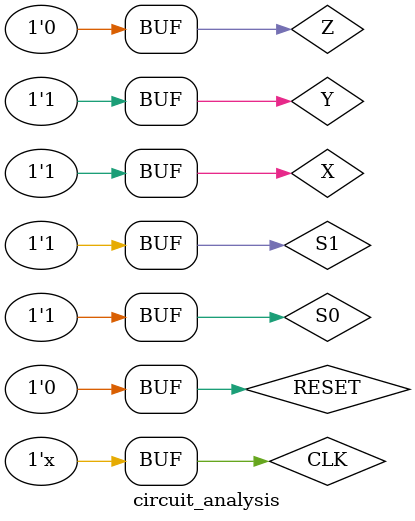
<source format=v>
`timescale 1ns / 1ps


module circuit_analysis();
    reg X;
    reg Y;
    reg Z;
    reg S0;
    reg S1;
    reg CLK = 0;
    reg RESET;
    wire T;
    
    FINALBOSS circuit(X, Y, Z, S0, S1, CLK, RESET, T);
    
    always begin
        X = 0; Y = 0; Z = 0; 
        S0 = 0; S1 = 0;
        
        #5 RESET = 0; Y = 0;
        
        #5 Z = 1;
        
        #5 Y = 1;
        
        #5 X = 1;
        
        
        #5 RESET = 1;
        
        #5 Y = 0;
        
        #5 Z = 0;
        
        #5 X = 0;
        
        #5 RESET = 0;
        
        #5 Y = 1;
        
        #5 Z = 0;
     
        #5 X = 0;
       
        #5 Y = 0;
       
        #5 Z = 1;
       
        #5 X = 0;
   
        #5 Y = 0;

        #5 Z = 0;

        #5 X = 1;

        #5 Y = 1;

        #5 Z = 1;

        #5 X = 0;

        #5 Y = 0;

        #5 Z = 1;

        #5 X = 1;

        #5 Y = 1;

        #5 Z = 0;

        #5 X = 1;

        
        
        S1 = 1;

        #5 RESET = 0; Y = 0;

        #5 Z = 1;

        #5 Y = 1;

        #5 X = 1;

        
        #5 RESET = 1;

        #5 Y = 0;

        #5 Z = 0;

        #5 X = 0;

        #5 RESET = 0;

        #5 Y = 1;

        #5 Z = 0;

        #5 X = 0;


        #5 Y = 0;

        #5 Z = 1;

        #5 X = 0;

        #5 Y = 0;

        #5 Z = 0;

        #5 X = 1;

        #5 Y = 1;

        #5 Z = 1;

        #5 X = 0;

        #5 Y = 0;

        #5 Z = 1;

        #5 X = 1;

        #5 Y = 1;

        #5 Z = 0;

        #5 X = 1;

        
        
        S0 = 1; S1 = 0;
  
        #5 RESET = 0; Y = 0;
     
        #5 Z = 1;
   
        #5 Y = 1;
       
        #5 X = 1;
    
        
        #5 RESET = 1;
    
        #5 Y = 0;
     
        #5 Z = 0;
  
        #5 X = 0;
   
        #5 RESET = 0;
 
        #5 Y = 1;

        #5 Z = 0;

        #5 X = 0;
       

        #5 Y = 0;
       
        #5 Z = 1;
        
        #5 X = 0;
       
        #5 Y = 0;
      
        #5 Z = 0;
    
        #5 X = 1;
       
        #5 Y = 1;
     
        #5 Z = 1;
     
        #5 X = 0;
       
        #5 Y = 0;
    
        #5 Z = 1;
    
        #5 X = 1;
       
        #5 Y = 1;
       
        #5 Z = 0;
       
        #5 X = 1;
 
        
        
        S1 = 1;
  
        #5 RESET = 0; Y = 0;
 
        #5 Z = 1;
 
        #5 Y = 1;
     
        #5 X = 1;
        
        
        #5 RESET = 1;
      
        #5 Y = 0;
        
        #5 Z = 0;
     
        #5 X = 0;

        #5 RESET = 0;
      
        #5 Y = 1;
  
        #5 Z = 0;
       
        #5 X = 0;
     
        #5 Y = 0;
      
        #5 Z = 1;

        #5 X = 0;
    
        #5 Y = 0;

        #5 Z = 0;
    
        #5 X = 1;
      
        #5 Y = 1;
  
        #5 Z = 1;
      
        #5 X = 0;
   
        #5 Y = 0;

        #5 Z = 1;

        #5 X = 1;
   
        #5 Y = 1;

        #5 Z = 0;
        
        #5 X = 1;
     
        
        
        
        
        
        
    end
    
    
      always begin 
        #2 CLK = ~CLK;
        end
        
endmodule

</source>
